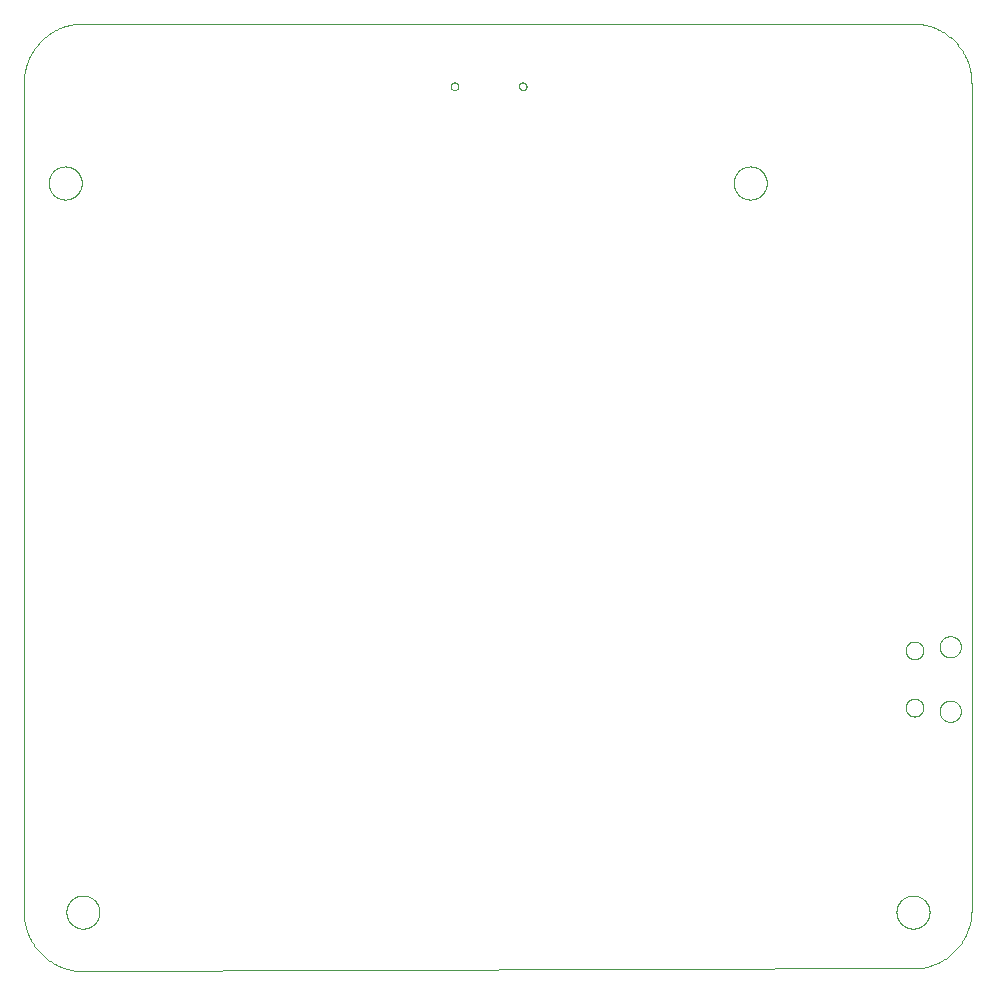
<source format=gko>
G75*
%MOIN*%
%OFA0B0*%
%FSLAX25Y25*%
%IPPOS*%
%LPD*%
%AMOC8*
5,1,8,0,0,1.08239X$1,22.5*
%
%ADD10C,0.00000*%
%ADD11C,0.00100*%
D10*
X0056708Y0049040D02*
X0056710Y0049188D01*
X0056716Y0049336D01*
X0056726Y0049484D01*
X0056740Y0049631D01*
X0056758Y0049778D01*
X0056779Y0049924D01*
X0056805Y0050070D01*
X0056835Y0050215D01*
X0056868Y0050359D01*
X0056906Y0050502D01*
X0056947Y0050644D01*
X0056992Y0050785D01*
X0057040Y0050925D01*
X0057093Y0051064D01*
X0057149Y0051201D01*
X0057209Y0051336D01*
X0057272Y0051470D01*
X0057339Y0051602D01*
X0057410Y0051732D01*
X0057484Y0051860D01*
X0057561Y0051986D01*
X0057642Y0052110D01*
X0057726Y0052232D01*
X0057813Y0052351D01*
X0057904Y0052468D01*
X0057998Y0052583D01*
X0058094Y0052695D01*
X0058194Y0052805D01*
X0058296Y0052911D01*
X0058402Y0053015D01*
X0058510Y0053116D01*
X0058621Y0053214D01*
X0058734Y0053310D01*
X0058850Y0053402D01*
X0058968Y0053491D01*
X0059089Y0053576D01*
X0059212Y0053659D01*
X0059337Y0053738D01*
X0059464Y0053814D01*
X0059593Y0053886D01*
X0059724Y0053955D01*
X0059857Y0054020D01*
X0059992Y0054081D01*
X0060128Y0054139D01*
X0060265Y0054194D01*
X0060404Y0054244D01*
X0060545Y0054291D01*
X0060686Y0054334D01*
X0060829Y0054374D01*
X0060973Y0054409D01*
X0061117Y0054441D01*
X0061263Y0054468D01*
X0061409Y0054492D01*
X0061556Y0054512D01*
X0061703Y0054528D01*
X0061850Y0054540D01*
X0061998Y0054548D01*
X0062146Y0054552D01*
X0062294Y0054552D01*
X0062442Y0054548D01*
X0062590Y0054540D01*
X0062737Y0054528D01*
X0062884Y0054512D01*
X0063031Y0054492D01*
X0063177Y0054468D01*
X0063323Y0054441D01*
X0063467Y0054409D01*
X0063611Y0054374D01*
X0063754Y0054334D01*
X0063895Y0054291D01*
X0064036Y0054244D01*
X0064175Y0054194D01*
X0064312Y0054139D01*
X0064448Y0054081D01*
X0064583Y0054020D01*
X0064716Y0053955D01*
X0064847Y0053886D01*
X0064976Y0053814D01*
X0065103Y0053738D01*
X0065228Y0053659D01*
X0065351Y0053576D01*
X0065472Y0053491D01*
X0065590Y0053402D01*
X0065706Y0053310D01*
X0065819Y0053214D01*
X0065930Y0053116D01*
X0066038Y0053015D01*
X0066144Y0052911D01*
X0066246Y0052805D01*
X0066346Y0052695D01*
X0066442Y0052583D01*
X0066536Y0052468D01*
X0066627Y0052351D01*
X0066714Y0052232D01*
X0066798Y0052110D01*
X0066879Y0051986D01*
X0066956Y0051860D01*
X0067030Y0051732D01*
X0067101Y0051602D01*
X0067168Y0051470D01*
X0067231Y0051336D01*
X0067291Y0051201D01*
X0067347Y0051064D01*
X0067400Y0050925D01*
X0067448Y0050785D01*
X0067493Y0050644D01*
X0067534Y0050502D01*
X0067572Y0050359D01*
X0067605Y0050215D01*
X0067635Y0050070D01*
X0067661Y0049924D01*
X0067682Y0049778D01*
X0067700Y0049631D01*
X0067714Y0049484D01*
X0067724Y0049336D01*
X0067730Y0049188D01*
X0067732Y0049040D01*
X0067730Y0048892D01*
X0067724Y0048744D01*
X0067714Y0048596D01*
X0067700Y0048449D01*
X0067682Y0048302D01*
X0067661Y0048156D01*
X0067635Y0048010D01*
X0067605Y0047865D01*
X0067572Y0047721D01*
X0067534Y0047578D01*
X0067493Y0047436D01*
X0067448Y0047295D01*
X0067400Y0047155D01*
X0067347Y0047016D01*
X0067291Y0046879D01*
X0067231Y0046744D01*
X0067168Y0046610D01*
X0067101Y0046478D01*
X0067030Y0046348D01*
X0066956Y0046220D01*
X0066879Y0046094D01*
X0066798Y0045970D01*
X0066714Y0045848D01*
X0066627Y0045729D01*
X0066536Y0045612D01*
X0066442Y0045497D01*
X0066346Y0045385D01*
X0066246Y0045275D01*
X0066144Y0045169D01*
X0066038Y0045065D01*
X0065930Y0044964D01*
X0065819Y0044866D01*
X0065706Y0044770D01*
X0065590Y0044678D01*
X0065472Y0044589D01*
X0065351Y0044504D01*
X0065228Y0044421D01*
X0065103Y0044342D01*
X0064976Y0044266D01*
X0064847Y0044194D01*
X0064716Y0044125D01*
X0064583Y0044060D01*
X0064448Y0043999D01*
X0064312Y0043941D01*
X0064175Y0043886D01*
X0064036Y0043836D01*
X0063895Y0043789D01*
X0063754Y0043746D01*
X0063611Y0043706D01*
X0063467Y0043671D01*
X0063323Y0043639D01*
X0063177Y0043612D01*
X0063031Y0043588D01*
X0062884Y0043568D01*
X0062737Y0043552D01*
X0062590Y0043540D01*
X0062442Y0043532D01*
X0062294Y0043528D01*
X0062146Y0043528D01*
X0061998Y0043532D01*
X0061850Y0043540D01*
X0061703Y0043552D01*
X0061556Y0043568D01*
X0061409Y0043588D01*
X0061263Y0043612D01*
X0061117Y0043639D01*
X0060973Y0043671D01*
X0060829Y0043706D01*
X0060686Y0043746D01*
X0060545Y0043789D01*
X0060404Y0043836D01*
X0060265Y0043886D01*
X0060128Y0043941D01*
X0059992Y0043999D01*
X0059857Y0044060D01*
X0059724Y0044125D01*
X0059593Y0044194D01*
X0059464Y0044266D01*
X0059337Y0044342D01*
X0059212Y0044421D01*
X0059089Y0044504D01*
X0058968Y0044589D01*
X0058850Y0044678D01*
X0058734Y0044770D01*
X0058621Y0044866D01*
X0058510Y0044964D01*
X0058402Y0045065D01*
X0058296Y0045169D01*
X0058194Y0045275D01*
X0058094Y0045385D01*
X0057998Y0045497D01*
X0057904Y0045612D01*
X0057813Y0045729D01*
X0057726Y0045848D01*
X0057642Y0045970D01*
X0057561Y0046094D01*
X0057484Y0046220D01*
X0057410Y0046348D01*
X0057339Y0046478D01*
X0057272Y0046610D01*
X0057209Y0046744D01*
X0057149Y0046879D01*
X0057093Y0047016D01*
X0057040Y0047155D01*
X0056992Y0047295D01*
X0056947Y0047436D01*
X0056906Y0047578D01*
X0056868Y0047721D01*
X0056835Y0047865D01*
X0056805Y0048010D01*
X0056779Y0048156D01*
X0056758Y0048302D01*
X0056740Y0048449D01*
X0056726Y0048596D01*
X0056716Y0048744D01*
X0056710Y0048892D01*
X0056708Y0049040D01*
X0050802Y0292064D02*
X0050804Y0292212D01*
X0050810Y0292360D01*
X0050820Y0292508D01*
X0050834Y0292655D01*
X0050852Y0292802D01*
X0050873Y0292948D01*
X0050899Y0293094D01*
X0050929Y0293239D01*
X0050962Y0293383D01*
X0051000Y0293526D01*
X0051041Y0293668D01*
X0051086Y0293809D01*
X0051134Y0293949D01*
X0051187Y0294088D01*
X0051243Y0294225D01*
X0051303Y0294360D01*
X0051366Y0294494D01*
X0051433Y0294626D01*
X0051504Y0294756D01*
X0051578Y0294884D01*
X0051655Y0295010D01*
X0051736Y0295134D01*
X0051820Y0295256D01*
X0051907Y0295375D01*
X0051998Y0295492D01*
X0052092Y0295607D01*
X0052188Y0295719D01*
X0052288Y0295829D01*
X0052390Y0295935D01*
X0052496Y0296039D01*
X0052604Y0296140D01*
X0052715Y0296238D01*
X0052828Y0296334D01*
X0052944Y0296426D01*
X0053062Y0296515D01*
X0053183Y0296600D01*
X0053306Y0296683D01*
X0053431Y0296762D01*
X0053558Y0296838D01*
X0053687Y0296910D01*
X0053818Y0296979D01*
X0053951Y0297044D01*
X0054086Y0297105D01*
X0054222Y0297163D01*
X0054359Y0297218D01*
X0054498Y0297268D01*
X0054639Y0297315D01*
X0054780Y0297358D01*
X0054923Y0297398D01*
X0055067Y0297433D01*
X0055211Y0297465D01*
X0055357Y0297492D01*
X0055503Y0297516D01*
X0055650Y0297536D01*
X0055797Y0297552D01*
X0055944Y0297564D01*
X0056092Y0297572D01*
X0056240Y0297576D01*
X0056388Y0297576D01*
X0056536Y0297572D01*
X0056684Y0297564D01*
X0056831Y0297552D01*
X0056978Y0297536D01*
X0057125Y0297516D01*
X0057271Y0297492D01*
X0057417Y0297465D01*
X0057561Y0297433D01*
X0057705Y0297398D01*
X0057848Y0297358D01*
X0057989Y0297315D01*
X0058130Y0297268D01*
X0058269Y0297218D01*
X0058406Y0297163D01*
X0058542Y0297105D01*
X0058677Y0297044D01*
X0058810Y0296979D01*
X0058941Y0296910D01*
X0059070Y0296838D01*
X0059197Y0296762D01*
X0059322Y0296683D01*
X0059445Y0296600D01*
X0059566Y0296515D01*
X0059684Y0296426D01*
X0059800Y0296334D01*
X0059913Y0296238D01*
X0060024Y0296140D01*
X0060132Y0296039D01*
X0060238Y0295935D01*
X0060340Y0295829D01*
X0060440Y0295719D01*
X0060536Y0295607D01*
X0060630Y0295492D01*
X0060721Y0295375D01*
X0060808Y0295256D01*
X0060892Y0295134D01*
X0060973Y0295010D01*
X0061050Y0294884D01*
X0061124Y0294756D01*
X0061195Y0294626D01*
X0061262Y0294494D01*
X0061325Y0294360D01*
X0061385Y0294225D01*
X0061441Y0294088D01*
X0061494Y0293949D01*
X0061542Y0293809D01*
X0061587Y0293668D01*
X0061628Y0293526D01*
X0061666Y0293383D01*
X0061699Y0293239D01*
X0061729Y0293094D01*
X0061755Y0292948D01*
X0061776Y0292802D01*
X0061794Y0292655D01*
X0061808Y0292508D01*
X0061818Y0292360D01*
X0061824Y0292212D01*
X0061826Y0292064D01*
X0061824Y0291916D01*
X0061818Y0291768D01*
X0061808Y0291620D01*
X0061794Y0291473D01*
X0061776Y0291326D01*
X0061755Y0291180D01*
X0061729Y0291034D01*
X0061699Y0290889D01*
X0061666Y0290745D01*
X0061628Y0290602D01*
X0061587Y0290460D01*
X0061542Y0290319D01*
X0061494Y0290179D01*
X0061441Y0290040D01*
X0061385Y0289903D01*
X0061325Y0289768D01*
X0061262Y0289634D01*
X0061195Y0289502D01*
X0061124Y0289372D01*
X0061050Y0289244D01*
X0060973Y0289118D01*
X0060892Y0288994D01*
X0060808Y0288872D01*
X0060721Y0288753D01*
X0060630Y0288636D01*
X0060536Y0288521D01*
X0060440Y0288409D01*
X0060340Y0288299D01*
X0060238Y0288193D01*
X0060132Y0288089D01*
X0060024Y0287988D01*
X0059913Y0287890D01*
X0059800Y0287794D01*
X0059684Y0287702D01*
X0059566Y0287613D01*
X0059445Y0287528D01*
X0059322Y0287445D01*
X0059197Y0287366D01*
X0059070Y0287290D01*
X0058941Y0287218D01*
X0058810Y0287149D01*
X0058677Y0287084D01*
X0058542Y0287023D01*
X0058406Y0286965D01*
X0058269Y0286910D01*
X0058130Y0286860D01*
X0057989Y0286813D01*
X0057848Y0286770D01*
X0057705Y0286730D01*
X0057561Y0286695D01*
X0057417Y0286663D01*
X0057271Y0286636D01*
X0057125Y0286612D01*
X0056978Y0286592D01*
X0056831Y0286576D01*
X0056684Y0286564D01*
X0056536Y0286556D01*
X0056388Y0286552D01*
X0056240Y0286552D01*
X0056092Y0286556D01*
X0055944Y0286564D01*
X0055797Y0286576D01*
X0055650Y0286592D01*
X0055503Y0286612D01*
X0055357Y0286636D01*
X0055211Y0286663D01*
X0055067Y0286695D01*
X0054923Y0286730D01*
X0054780Y0286770D01*
X0054639Y0286813D01*
X0054498Y0286860D01*
X0054359Y0286910D01*
X0054222Y0286965D01*
X0054086Y0287023D01*
X0053951Y0287084D01*
X0053818Y0287149D01*
X0053687Y0287218D01*
X0053558Y0287290D01*
X0053431Y0287366D01*
X0053306Y0287445D01*
X0053183Y0287528D01*
X0053062Y0287613D01*
X0052944Y0287702D01*
X0052828Y0287794D01*
X0052715Y0287890D01*
X0052604Y0287988D01*
X0052496Y0288089D01*
X0052390Y0288193D01*
X0052288Y0288299D01*
X0052188Y0288409D01*
X0052092Y0288521D01*
X0051998Y0288636D01*
X0051907Y0288753D01*
X0051820Y0288872D01*
X0051736Y0288994D01*
X0051655Y0289118D01*
X0051578Y0289244D01*
X0051504Y0289372D01*
X0051433Y0289502D01*
X0051366Y0289634D01*
X0051303Y0289768D01*
X0051243Y0289903D01*
X0051187Y0290040D01*
X0051134Y0290179D01*
X0051086Y0290319D01*
X0051041Y0290460D01*
X0051000Y0290602D01*
X0050962Y0290745D01*
X0050929Y0290889D01*
X0050899Y0291034D01*
X0050873Y0291180D01*
X0050852Y0291326D01*
X0050834Y0291473D01*
X0050820Y0291620D01*
X0050810Y0291768D01*
X0050804Y0291916D01*
X0050802Y0292064D01*
X0184777Y0324317D02*
X0184779Y0324388D01*
X0184785Y0324459D01*
X0184795Y0324530D01*
X0184809Y0324599D01*
X0184826Y0324668D01*
X0184848Y0324736D01*
X0184873Y0324803D01*
X0184902Y0324868D01*
X0184934Y0324931D01*
X0184970Y0324993D01*
X0185009Y0325052D01*
X0185052Y0325109D01*
X0185097Y0325164D01*
X0185146Y0325216D01*
X0185197Y0325265D01*
X0185251Y0325311D01*
X0185308Y0325355D01*
X0185366Y0325395D01*
X0185427Y0325431D01*
X0185490Y0325465D01*
X0185555Y0325494D01*
X0185621Y0325520D01*
X0185689Y0325543D01*
X0185757Y0325561D01*
X0185827Y0325576D01*
X0185897Y0325587D01*
X0185968Y0325594D01*
X0186039Y0325597D01*
X0186110Y0325596D01*
X0186181Y0325591D01*
X0186252Y0325582D01*
X0186322Y0325569D01*
X0186391Y0325553D01*
X0186459Y0325532D01*
X0186526Y0325508D01*
X0186592Y0325480D01*
X0186655Y0325448D01*
X0186717Y0325413D01*
X0186777Y0325375D01*
X0186835Y0325333D01*
X0186890Y0325289D01*
X0186943Y0325241D01*
X0186993Y0325190D01*
X0187040Y0325137D01*
X0187084Y0325081D01*
X0187125Y0325023D01*
X0187163Y0324962D01*
X0187197Y0324900D01*
X0187227Y0324835D01*
X0187254Y0324770D01*
X0187278Y0324702D01*
X0187297Y0324634D01*
X0187313Y0324565D01*
X0187325Y0324494D01*
X0187333Y0324424D01*
X0187337Y0324353D01*
X0187337Y0324281D01*
X0187333Y0324210D01*
X0187325Y0324140D01*
X0187313Y0324069D01*
X0187297Y0324000D01*
X0187278Y0323932D01*
X0187254Y0323864D01*
X0187227Y0323799D01*
X0187197Y0323734D01*
X0187163Y0323672D01*
X0187125Y0323611D01*
X0187084Y0323553D01*
X0187040Y0323497D01*
X0186993Y0323444D01*
X0186943Y0323393D01*
X0186890Y0323345D01*
X0186835Y0323301D01*
X0186777Y0323259D01*
X0186717Y0323221D01*
X0186655Y0323186D01*
X0186592Y0323154D01*
X0186526Y0323126D01*
X0186459Y0323102D01*
X0186391Y0323081D01*
X0186322Y0323065D01*
X0186252Y0323052D01*
X0186181Y0323043D01*
X0186110Y0323038D01*
X0186039Y0323037D01*
X0185968Y0323040D01*
X0185897Y0323047D01*
X0185827Y0323058D01*
X0185757Y0323073D01*
X0185689Y0323091D01*
X0185621Y0323114D01*
X0185555Y0323140D01*
X0185490Y0323169D01*
X0185427Y0323203D01*
X0185366Y0323239D01*
X0185308Y0323279D01*
X0185251Y0323323D01*
X0185197Y0323369D01*
X0185146Y0323418D01*
X0185097Y0323470D01*
X0185052Y0323525D01*
X0185009Y0323582D01*
X0184970Y0323641D01*
X0184934Y0323703D01*
X0184902Y0323766D01*
X0184873Y0323831D01*
X0184848Y0323898D01*
X0184826Y0323966D01*
X0184809Y0324035D01*
X0184795Y0324104D01*
X0184785Y0324175D01*
X0184779Y0324246D01*
X0184777Y0324317D01*
X0207533Y0324317D02*
X0207535Y0324388D01*
X0207541Y0324459D01*
X0207551Y0324530D01*
X0207565Y0324599D01*
X0207582Y0324668D01*
X0207604Y0324736D01*
X0207629Y0324803D01*
X0207658Y0324868D01*
X0207690Y0324931D01*
X0207726Y0324993D01*
X0207765Y0325052D01*
X0207808Y0325109D01*
X0207853Y0325164D01*
X0207902Y0325216D01*
X0207953Y0325265D01*
X0208007Y0325311D01*
X0208064Y0325355D01*
X0208122Y0325395D01*
X0208183Y0325431D01*
X0208246Y0325465D01*
X0208311Y0325494D01*
X0208377Y0325520D01*
X0208445Y0325543D01*
X0208513Y0325561D01*
X0208583Y0325576D01*
X0208653Y0325587D01*
X0208724Y0325594D01*
X0208795Y0325597D01*
X0208866Y0325596D01*
X0208937Y0325591D01*
X0209008Y0325582D01*
X0209078Y0325569D01*
X0209147Y0325553D01*
X0209215Y0325532D01*
X0209282Y0325508D01*
X0209348Y0325480D01*
X0209411Y0325448D01*
X0209473Y0325413D01*
X0209533Y0325375D01*
X0209591Y0325333D01*
X0209646Y0325289D01*
X0209699Y0325241D01*
X0209749Y0325190D01*
X0209796Y0325137D01*
X0209840Y0325081D01*
X0209881Y0325023D01*
X0209919Y0324962D01*
X0209953Y0324900D01*
X0209983Y0324835D01*
X0210010Y0324770D01*
X0210034Y0324702D01*
X0210053Y0324634D01*
X0210069Y0324565D01*
X0210081Y0324494D01*
X0210089Y0324424D01*
X0210093Y0324353D01*
X0210093Y0324281D01*
X0210089Y0324210D01*
X0210081Y0324140D01*
X0210069Y0324069D01*
X0210053Y0324000D01*
X0210034Y0323932D01*
X0210010Y0323864D01*
X0209983Y0323799D01*
X0209953Y0323734D01*
X0209919Y0323672D01*
X0209881Y0323611D01*
X0209840Y0323553D01*
X0209796Y0323497D01*
X0209749Y0323444D01*
X0209699Y0323393D01*
X0209646Y0323345D01*
X0209591Y0323301D01*
X0209533Y0323259D01*
X0209473Y0323221D01*
X0209411Y0323186D01*
X0209348Y0323154D01*
X0209282Y0323126D01*
X0209215Y0323102D01*
X0209147Y0323081D01*
X0209078Y0323065D01*
X0209008Y0323052D01*
X0208937Y0323043D01*
X0208866Y0323038D01*
X0208795Y0323037D01*
X0208724Y0323040D01*
X0208653Y0323047D01*
X0208583Y0323058D01*
X0208513Y0323073D01*
X0208445Y0323091D01*
X0208377Y0323114D01*
X0208311Y0323140D01*
X0208246Y0323169D01*
X0208183Y0323203D01*
X0208122Y0323239D01*
X0208064Y0323279D01*
X0208007Y0323323D01*
X0207953Y0323369D01*
X0207902Y0323418D01*
X0207853Y0323470D01*
X0207808Y0323525D01*
X0207765Y0323582D01*
X0207726Y0323641D01*
X0207690Y0323703D01*
X0207658Y0323766D01*
X0207629Y0323831D01*
X0207604Y0323898D01*
X0207582Y0323966D01*
X0207565Y0324035D01*
X0207551Y0324104D01*
X0207541Y0324175D01*
X0207535Y0324246D01*
X0207533Y0324317D01*
X0279149Y0292064D02*
X0279151Y0292212D01*
X0279157Y0292360D01*
X0279167Y0292508D01*
X0279181Y0292655D01*
X0279199Y0292802D01*
X0279220Y0292948D01*
X0279246Y0293094D01*
X0279276Y0293239D01*
X0279309Y0293383D01*
X0279347Y0293526D01*
X0279388Y0293668D01*
X0279433Y0293809D01*
X0279481Y0293949D01*
X0279534Y0294088D01*
X0279590Y0294225D01*
X0279650Y0294360D01*
X0279713Y0294494D01*
X0279780Y0294626D01*
X0279851Y0294756D01*
X0279925Y0294884D01*
X0280002Y0295010D01*
X0280083Y0295134D01*
X0280167Y0295256D01*
X0280254Y0295375D01*
X0280345Y0295492D01*
X0280439Y0295607D01*
X0280535Y0295719D01*
X0280635Y0295829D01*
X0280737Y0295935D01*
X0280843Y0296039D01*
X0280951Y0296140D01*
X0281062Y0296238D01*
X0281175Y0296334D01*
X0281291Y0296426D01*
X0281409Y0296515D01*
X0281530Y0296600D01*
X0281653Y0296683D01*
X0281778Y0296762D01*
X0281905Y0296838D01*
X0282034Y0296910D01*
X0282165Y0296979D01*
X0282298Y0297044D01*
X0282433Y0297105D01*
X0282569Y0297163D01*
X0282706Y0297218D01*
X0282845Y0297268D01*
X0282986Y0297315D01*
X0283127Y0297358D01*
X0283270Y0297398D01*
X0283414Y0297433D01*
X0283558Y0297465D01*
X0283704Y0297492D01*
X0283850Y0297516D01*
X0283997Y0297536D01*
X0284144Y0297552D01*
X0284291Y0297564D01*
X0284439Y0297572D01*
X0284587Y0297576D01*
X0284735Y0297576D01*
X0284883Y0297572D01*
X0285031Y0297564D01*
X0285178Y0297552D01*
X0285325Y0297536D01*
X0285472Y0297516D01*
X0285618Y0297492D01*
X0285764Y0297465D01*
X0285908Y0297433D01*
X0286052Y0297398D01*
X0286195Y0297358D01*
X0286336Y0297315D01*
X0286477Y0297268D01*
X0286616Y0297218D01*
X0286753Y0297163D01*
X0286889Y0297105D01*
X0287024Y0297044D01*
X0287157Y0296979D01*
X0287288Y0296910D01*
X0287417Y0296838D01*
X0287544Y0296762D01*
X0287669Y0296683D01*
X0287792Y0296600D01*
X0287913Y0296515D01*
X0288031Y0296426D01*
X0288147Y0296334D01*
X0288260Y0296238D01*
X0288371Y0296140D01*
X0288479Y0296039D01*
X0288585Y0295935D01*
X0288687Y0295829D01*
X0288787Y0295719D01*
X0288883Y0295607D01*
X0288977Y0295492D01*
X0289068Y0295375D01*
X0289155Y0295256D01*
X0289239Y0295134D01*
X0289320Y0295010D01*
X0289397Y0294884D01*
X0289471Y0294756D01*
X0289542Y0294626D01*
X0289609Y0294494D01*
X0289672Y0294360D01*
X0289732Y0294225D01*
X0289788Y0294088D01*
X0289841Y0293949D01*
X0289889Y0293809D01*
X0289934Y0293668D01*
X0289975Y0293526D01*
X0290013Y0293383D01*
X0290046Y0293239D01*
X0290076Y0293094D01*
X0290102Y0292948D01*
X0290123Y0292802D01*
X0290141Y0292655D01*
X0290155Y0292508D01*
X0290165Y0292360D01*
X0290171Y0292212D01*
X0290173Y0292064D01*
X0290171Y0291916D01*
X0290165Y0291768D01*
X0290155Y0291620D01*
X0290141Y0291473D01*
X0290123Y0291326D01*
X0290102Y0291180D01*
X0290076Y0291034D01*
X0290046Y0290889D01*
X0290013Y0290745D01*
X0289975Y0290602D01*
X0289934Y0290460D01*
X0289889Y0290319D01*
X0289841Y0290179D01*
X0289788Y0290040D01*
X0289732Y0289903D01*
X0289672Y0289768D01*
X0289609Y0289634D01*
X0289542Y0289502D01*
X0289471Y0289372D01*
X0289397Y0289244D01*
X0289320Y0289118D01*
X0289239Y0288994D01*
X0289155Y0288872D01*
X0289068Y0288753D01*
X0288977Y0288636D01*
X0288883Y0288521D01*
X0288787Y0288409D01*
X0288687Y0288299D01*
X0288585Y0288193D01*
X0288479Y0288089D01*
X0288371Y0287988D01*
X0288260Y0287890D01*
X0288147Y0287794D01*
X0288031Y0287702D01*
X0287913Y0287613D01*
X0287792Y0287528D01*
X0287669Y0287445D01*
X0287544Y0287366D01*
X0287417Y0287290D01*
X0287288Y0287218D01*
X0287157Y0287149D01*
X0287024Y0287084D01*
X0286889Y0287023D01*
X0286753Y0286965D01*
X0286616Y0286910D01*
X0286477Y0286860D01*
X0286336Y0286813D01*
X0286195Y0286770D01*
X0286052Y0286730D01*
X0285908Y0286695D01*
X0285764Y0286663D01*
X0285618Y0286636D01*
X0285472Y0286612D01*
X0285325Y0286592D01*
X0285178Y0286576D01*
X0285031Y0286564D01*
X0284883Y0286556D01*
X0284735Y0286552D01*
X0284587Y0286552D01*
X0284439Y0286556D01*
X0284291Y0286564D01*
X0284144Y0286576D01*
X0283997Y0286592D01*
X0283850Y0286612D01*
X0283704Y0286636D01*
X0283558Y0286663D01*
X0283414Y0286695D01*
X0283270Y0286730D01*
X0283127Y0286770D01*
X0282986Y0286813D01*
X0282845Y0286860D01*
X0282706Y0286910D01*
X0282569Y0286965D01*
X0282433Y0287023D01*
X0282298Y0287084D01*
X0282165Y0287149D01*
X0282034Y0287218D01*
X0281905Y0287290D01*
X0281778Y0287366D01*
X0281653Y0287445D01*
X0281530Y0287528D01*
X0281409Y0287613D01*
X0281291Y0287702D01*
X0281175Y0287794D01*
X0281062Y0287890D01*
X0280951Y0287988D01*
X0280843Y0288089D01*
X0280737Y0288193D01*
X0280635Y0288299D01*
X0280535Y0288409D01*
X0280439Y0288521D01*
X0280345Y0288636D01*
X0280254Y0288753D01*
X0280167Y0288872D01*
X0280083Y0288994D01*
X0280002Y0289118D01*
X0279925Y0289244D01*
X0279851Y0289372D01*
X0279780Y0289502D01*
X0279713Y0289634D01*
X0279650Y0289768D01*
X0279590Y0289903D01*
X0279534Y0290040D01*
X0279481Y0290179D01*
X0279433Y0290319D01*
X0279388Y0290460D01*
X0279347Y0290602D01*
X0279309Y0290745D01*
X0279276Y0290889D01*
X0279246Y0291034D01*
X0279220Y0291180D01*
X0279199Y0291326D01*
X0279181Y0291473D01*
X0279167Y0291620D01*
X0279157Y0291768D01*
X0279151Y0291916D01*
X0279149Y0292064D01*
X0336441Y0136275D02*
X0336443Y0136383D01*
X0336449Y0136492D01*
X0336459Y0136600D01*
X0336473Y0136707D01*
X0336491Y0136814D01*
X0336512Y0136921D01*
X0336538Y0137026D01*
X0336568Y0137131D01*
X0336601Y0137234D01*
X0336638Y0137336D01*
X0336679Y0137436D01*
X0336723Y0137535D01*
X0336772Y0137633D01*
X0336823Y0137728D01*
X0336878Y0137821D01*
X0336937Y0137913D01*
X0336999Y0138002D01*
X0337064Y0138089D01*
X0337132Y0138173D01*
X0337203Y0138255D01*
X0337277Y0138334D01*
X0337354Y0138410D01*
X0337434Y0138484D01*
X0337517Y0138554D01*
X0337602Y0138622D01*
X0337689Y0138686D01*
X0337779Y0138747D01*
X0337871Y0138805D01*
X0337965Y0138859D01*
X0338061Y0138910D01*
X0338158Y0138957D01*
X0338258Y0139001D01*
X0338359Y0139041D01*
X0338461Y0139077D01*
X0338564Y0139109D01*
X0338669Y0139138D01*
X0338775Y0139162D01*
X0338881Y0139183D01*
X0338988Y0139200D01*
X0339096Y0139213D01*
X0339204Y0139222D01*
X0339313Y0139227D01*
X0339421Y0139228D01*
X0339530Y0139225D01*
X0339638Y0139218D01*
X0339746Y0139207D01*
X0339853Y0139192D01*
X0339960Y0139173D01*
X0340066Y0139150D01*
X0340171Y0139124D01*
X0340276Y0139093D01*
X0340378Y0139059D01*
X0340480Y0139021D01*
X0340580Y0138979D01*
X0340679Y0138934D01*
X0340776Y0138885D01*
X0340870Y0138832D01*
X0340963Y0138776D01*
X0341054Y0138717D01*
X0341143Y0138654D01*
X0341229Y0138589D01*
X0341313Y0138520D01*
X0341394Y0138448D01*
X0341472Y0138373D01*
X0341548Y0138295D01*
X0341621Y0138214D01*
X0341691Y0138131D01*
X0341757Y0138046D01*
X0341821Y0137958D01*
X0341881Y0137867D01*
X0341938Y0137775D01*
X0341991Y0137680D01*
X0342041Y0137584D01*
X0342087Y0137486D01*
X0342130Y0137386D01*
X0342169Y0137285D01*
X0342204Y0137182D01*
X0342236Y0137079D01*
X0342263Y0136974D01*
X0342287Y0136868D01*
X0342307Y0136761D01*
X0342323Y0136654D01*
X0342335Y0136546D01*
X0342343Y0136438D01*
X0342347Y0136329D01*
X0342347Y0136221D01*
X0342343Y0136112D01*
X0342335Y0136004D01*
X0342323Y0135896D01*
X0342307Y0135789D01*
X0342287Y0135682D01*
X0342263Y0135576D01*
X0342236Y0135471D01*
X0342204Y0135368D01*
X0342169Y0135265D01*
X0342130Y0135164D01*
X0342087Y0135064D01*
X0342041Y0134966D01*
X0341991Y0134870D01*
X0341938Y0134775D01*
X0341881Y0134683D01*
X0341821Y0134592D01*
X0341757Y0134504D01*
X0341691Y0134419D01*
X0341621Y0134336D01*
X0341548Y0134255D01*
X0341472Y0134177D01*
X0341394Y0134102D01*
X0341313Y0134030D01*
X0341229Y0133961D01*
X0341143Y0133896D01*
X0341054Y0133833D01*
X0340963Y0133774D01*
X0340871Y0133718D01*
X0340776Y0133665D01*
X0340679Y0133616D01*
X0340580Y0133571D01*
X0340480Y0133529D01*
X0340378Y0133491D01*
X0340276Y0133457D01*
X0340171Y0133426D01*
X0340066Y0133400D01*
X0339960Y0133377D01*
X0339853Y0133358D01*
X0339746Y0133343D01*
X0339638Y0133332D01*
X0339530Y0133325D01*
X0339421Y0133322D01*
X0339313Y0133323D01*
X0339204Y0133328D01*
X0339096Y0133337D01*
X0338988Y0133350D01*
X0338881Y0133367D01*
X0338775Y0133388D01*
X0338669Y0133412D01*
X0338564Y0133441D01*
X0338461Y0133473D01*
X0338359Y0133509D01*
X0338258Y0133549D01*
X0338158Y0133593D01*
X0338061Y0133640D01*
X0337965Y0133691D01*
X0337871Y0133745D01*
X0337779Y0133803D01*
X0337689Y0133864D01*
X0337602Y0133928D01*
X0337517Y0133996D01*
X0337434Y0134066D01*
X0337354Y0134140D01*
X0337277Y0134216D01*
X0337203Y0134295D01*
X0337132Y0134377D01*
X0337064Y0134461D01*
X0336999Y0134548D01*
X0336937Y0134637D01*
X0336878Y0134729D01*
X0336823Y0134822D01*
X0336772Y0134917D01*
X0336723Y0135015D01*
X0336679Y0135114D01*
X0336638Y0135214D01*
X0336601Y0135316D01*
X0336568Y0135419D01*
X0336538Y0135524D01*
X0336512Y0135629D01*
X0336491Y0135736D01*
X0336473Y0135843D01*
X0336459Y0135950D01*
X0336449Y0136058D01*
X0336443Y0136167D01*
X0336441Y0136275D01*
X0347780Y0137456D02*
X0347782Y0137574D01*
X0347788Y0137693D01*
X0347798Y0137811D01*
X0347812Y0137928D01*
X0347829Y0138045D01*
X0347851Y0138162D01*
X0347877Y0138277D01*
X0347906Y0138392D01*
X0347939Y0138506D01*
X0347976Y0138618D01*
X0348017Y0138729D01*
X0348061Y0138839D01*
X0348109Y0138947D01*
X0348161Y0139054D01*
X0348216Y0139159D01*
X0348275Y0139262D01*
X0348337Y0139362D01*
X0348402Y0139461D01*
X0348471Y0139558D01*
X0348542Y0139652D01*
X0348617Y0139743D01*
X0348695Y0139833D01*
X0348776Y0139919D01*
X0348860Y0140003D01*
X0348946Y0140084D01*
X0349036Y0140162D01*
X0349127Y0140237D01*
X0349221Y0140308D01*
X0349318Y0140377D01*
X0349417Y0140442D01*
X0349517Y0140504D01*
X0349620Y0140563D01*
X0349725Y0140618D01*
X0349832Y0140670D01*
X0349940Y0140718D01*
X0350050Y0140762D01*
X0350161Y0140803D01*
X0350273Y0140840D01*
X0350387Y0140873D01*
X0350502Y0140902D01*
X0350617Y0140928D01*
X0350734Y0140950D01*
X0350851Y0140967D01*
X0350968Y0140981D01*
X0351086Y0140991D01*
X0351205Y0140997D01*
X0351323Y0140999D01*
X0351441Y0140997D01*
X0351560Y0140991D01*
X0351678Y0140981D01*
X0351795Y0140967D01*
X0351912Y0140950D01*
X0352029Y0140928D01*
X0352144Y0140902D01*
X0352259Y0140873D01*
X0352373Y0140840D01*
X0352485Y0140803D01*
X0352596Y0140762D01*
X0352706Y0140718D01*
X0352814Y0140670D01*
X0352921Y0140618D01*
X0353026Y0140563D01*
X0353129Y0140504D01*
X0353229Y0140442D01*
X0353328Y0140377D01*
X0353425Y0140308D01*
X0353519Y0140237D01*
X0353610Y0140162D01*
X0353700Y0140084D01*
X0353786Y0140003D01*
X0353870Y0139919D01*
X0353951Y0139833D01*
X0354029Y0139743D01*
X0354104Y0139652D01*
X0354175Y0139558D01*
X0354244Y0139461D01*
X0354309Y0139362D01*
X0354371Y0139262D01*
X0354430Y0139159D01*
X0354485Y0139054D01*
X0354537Y0138947D01*
X0354585Y0138839D01*
X0354629Y0138729D01*
X0354670Y0138618D01*
X0354707Y0138506D01*
X0354740Y0138392D01*
X0354769Y0138277D01*
X0354795Y0138162D01*
X0354817Y0138045D01*
X0354834Y0137928D01*
X0354848Y0137811D01*
X0354858Y0137693D01*
X0354864Y0137574D01*
X0354866Y0137456D01*
X0354864Y0137338D01*
X0354858Y0137219D01*
X0354848Y0137101D01*
X0354834Y0136984D01*
X0354817Y0136867D01*
X0354795Y0136750D01*
X0354769Y0136635D01*
X0354740Y0136520D01*
X0354707Y0136406D01*
X0354670Y0136294D01*
X0354629Y0136183D01*
X0354585Y0136073D01*
X0354537Y0135965D01*
X0354485Y0135858D01*
X0354430Y0135753D01*
X0354371Y0135650D01*
X0354309Y0135550D01*
X0354244Y0135451D01*
X0354175Y0135354D01*
X0354104Y0135260D01*
X0354029Y0135169D01*
X0353951Y0135079D01*
X0353870Y0134993D01*
X0353786Y0134909D01*
X0353700Y0134828D01*
X0353610Y0134750D01*
X0353519Y0134675D01*
X0353425Y0134604D01*
X0353328Y0134535D01*
X0353229Y0134470D01*
X0353129Y0134408D01*
X0353026Y0134349D01*
X0352921Y0134294D01*
X0352814Y0134242D01*
X0352706Y0134194D01*
X0352596Y0134150D01*
X0352485Y0134109D01*
X0352373Y0134072D01*
X0352259Y0134039D01*
X0352144Y0134010D01*
X0352029Y0133984D01*
X0351912Y0133962D01*
X0351795Y0133945D01*
X0351678Y0133931D01*
X0351560Y0133921D01*
X0351441Y0133915D01*
X0351323Y0133913D01*
X0351205Y0133915D01*
X0351086Y0133921D01*
X0350968Y0133931D01*
X0350851Y0133945D01*
X0350734Y0133962D01*
X0350617Y0133984D01*
X0350502Y0134010D01*
X0350387Y0134039D01*
X0350273Y0134072D01*
X0350161Y0134109D01*
X0350050Y0134150D01*
X0349940Y0134194D01*
X0349832Y0134242D01*
X0349725Y0134294D01*
X0349620Y0134349D01*
X0349517Y0134408D01*
X0349417Y0134470D01*
X0349318Y0134535D01*
X0349221Y0134604D01*
X0349127Y0134675D01*
X0349036Y0134750D01*
X0348946Y0134828D01*
X0348860Y0134909D01*
X0348776Y0134993D01*
X0348695Y0135079D01*
X0348617Y0135169D01*
X0348542Y0135260D01*
X0348471Y0135354D01*
X0348402Y0135451D01*
X0348337Y0135550D01*
X0348275Y0135650D01*
X0348216Y0135753D01*
X0348161Y0135858D01*
X0348109Y0135965D01*
X0348061Y0136073D01*
X0348017Y0136183D01*
X0347976Y0136294D01*
X0347939Y0136406D01*
X0347906Y0136520D01*
X0347877Y0136635D01*
X0347851Y0136750D01*
X0347829Y0136867D01*
X0347812Y0136984D01*
X0347798Y0137101D01*
X0347788Y0137219D01*
X0347782Y0137338D01*
X0347780Y0137456D01*
X0347780Y0115999D02*
X0347782Y0116117D01*
X0347788Y0116236D01*
X0347798Y0116354D01*
X0347812Y0116471D01*
X0347829Y0116588D01*
X0347851Y0116705D01*
X0347877Y0116820D01*
X0347906Y0116935D01*
X0347939Y0117049D01*
X0347976Y0117161D01*
X0348017Y0117272D01*
X0348061Y0117382D01*
X0348109Y0117490D01*
X0348161Y0117597D01*
X0348216Y0117702D01*
X0348275Y0117805D01*
X0348337Y0117905D01*
X0348402Y0118004D01*
X0348471Y0118101D01*
X0348542Y0118195D01*
X0348617Y0118286D01*
X0348695Y0118376D01*
X0348776Y0118462D01*
X0348860Y0118546D01*
X0348946Y0118627D01*
X0349036Y0118705D01*
X0349127Y0118780D01*
X0349221Y0118851D01*
X0349318Y0118920D01*
X0349417Y0118985D01*
X0349517Y0119047D01*
X0349620Y0119106D01*
X0349725Y0119161D01*
X0349832Y0119213D01*
X0349940Y0119261D01*
X0350050Y0119305D01*
X0350161Y0119346D01*
X0350273Y0119383D01*
X0350387Y0119416D01*
X0350502Y0119445D01*
X0350617Y0119471D01*
X0350734Y0119493D01*
X0350851Y0119510D01*
X0350968Y0119524D01*
X0351086Y0119534D01*
X0351205Y0119540D01*
X0351323Y0119542D01*
X0351441Y0119540D01*
X0351560Y0119534D01*
X0351678Y0119524D01*
X0351795Y0119510D01*
X0351912Y0119493D01*
X0352029Y0119471D01*
X0352144Y0119445D01*
X0352259Y0119416D01*
X0352373Y0119383D01*
X0352485Y0119346D01*
X0352596Y0119305D01*
X0352706Y0119261D01*
X0352814Y0119213D01*
X0352921Y0119161D01*
X0353026Y0119106D01*
X0353129Y0119047D01*
X0353229Y0118985D01*
X0353328Y0118920D01*
X0353425Y0118851D01*
X0353519Y0118780D01*
X0353610Y0118705D01*
X0353700Y0118627D01*
X0353786Y0118546D01*
X0353870Y0118462D01*
X0353951Y0118376D01*
X0354029Y0118286D01*
X0354104Y0118195D01*
X0354175Y0118101D01*
X0354244Y0118004D01*
X0354309Y0117905D01*
X0354371Y0117805D01*
X0354430Y0117702D01*
X0354485Y0117597D01*
X0354537Y0117490D01*
X0354585Y0117382D01*
X0354629Y0117272D01*
X0354670Y0117161D01*
X0354707Y0117049D01*
X0354740Y0116935D01*
X0354769Y0116820D01*
X0354795Y0116705D01*
X0354817Y0116588D01*
X0354834Y0116471D01*
X0354848Y0116354D01*
X0354858Y0116236D01*
X0354864Y0116117D01*
X0354866Y0115999D01*
X0354864Y0115881D01*
X0354858Y0115762D01*
X0354848Y0115644D01*
X0354834Y0115527D01*
X0354817Y0115410D01*
X0354795Y0115293D01*
X0354769Y0115178D01*
X0354740Y0115063D01*
X0354707Y0114949D01*
X0354670Y0114837D01*
X0354629Y0114726D01*
X0354585Y0114616D01*
X0354537Y0114508D01*
X0354485Y0114401D01*
X0354430Y0114296D01*
X0354371Y0114193D01*
X0354309Y0114093D01*
X0354244Y0113994D01*
X0354175Y0113897D01*
X0354104Y0113803D01*
X0354029Y0113712D01*
X0353951Y0113622D01*
X0353870Y0113536D01*
X0353786Y0113452D01*
X0353700Y0113371D01*
X0353610Y0113293D01*
X0353519Y0113218D01*
X0353425Y0113147D01*
X0353328Y0113078D01*
X0353229Y0113013D01*
X0353129Y0112951D01*
X0353026Y0112892D01*
X0352921Y0112837D01*
X0352814Y0112785D01*
X0352706Y0112737D01*
X0352596Y0112693D01*
X0352485Y0112652D01*
X0352373Y0112615D01*
X0352259Y0112582D01*
X0352144Y0112553D01*
X0352029Y0112527D01*
X0351912Y0112505D01*
X0351795Y0112488D01*
X0351678Y0112474D01*
X0351560Y0112464D01*
X0351441Y0112458D01*
X0351323Y0112456D01*
X0351205Y0112458D01*
X0351086Y0112464D01*
X0350968Y0112474D01*
X0350851Y0112488D01*
X0350734Y0112505D01*
X0350617Y0112527D01*
X0350502Y0112553D01*
X0350387Y0112582D01*
X0350273Y0112615D01*
X0350161Y0112652D01*
X0350050Y0112693D01*
X0349940Y0112737D01*
X0349832Y0112785D01*
X0349725Y0112837D01*
X0349620Y0112892D01*
X0349517Y0112951D01*
X0349417Y0113013D01*
X0349318Y0113078D01*
X0349221Y0113147D01*
X0349127Y0113218D01*
X0349036Y0113293D01*
X0348946Y0113371D01*
X0348860Y0113452D01*
X0348776Y0113536D01*
X0348695Y0113622D01*
X0348617Y0113712D01*
X0348542Y0113803D01*
X0348471Y0113897D01*
X0348402Y0113994D01*
X0348337Y0114093D01*
X0348275Y0114193D01*
X0348216Y0114296D01*
X0348161Y0114401D01*
X0348109Y0114508D01*
X0348061Y0114616D01*
X0348017Y0114726D01*
X0347976Y0114837D01*
X0347939Y0114949D01*
X0347906Y0115063D01*
X0347877Y0115178D01*
X0347851Y0115293D01*
X0347829Y0115410D01*
X0347812Y0115527D01*
X0347798Y0115644D01*
X0347788Y0115762D01*
X0347782Y0115881D01*
X0347780Y0115999D01*
X0336441Y0117180D02*
X0336443Y0117288D01*
X0336449Y0117397D01*
X0336459Y0117505D01*
X0336473Y0117612D01*
X0336491Y0117719D01*
X0336512Y0117826D01*
X0336538Y0117931D01*
X0336568Y0118036D01*
X0336601Y0118139D01*
X0336638Y0118241D01*
X0336679Y0118341D01*
X0336723Y0118440D01*
X0336772Y0118538D01*
X0336823Y0118633D01*
X0336878Y0118726D01*
X0336937Y0118818D01*
X0336999Y0118907D01*
X0337064Y0118994D01*
X0337132Y0119078D01*
X0337203Y0119160D01*
X0337277Y0119239D01*
X0337354Y0119315D01*
X0337434Y0119389D01*
X0337517Y0119459D01*
X0337602Y0119527D01*
X0337689Y0119591D01*
X0337779Y0119652D01*
X0337871Y0119710D01*
X0337965Y0119764D01*
X0338061Y0119815D01*
X0338158Y0119862D01*
X0338258Y0119906D01*
X0338359Y0119946D01*
X0338461Y0119982D01*
X0338564Y0120014D01*
X0338669Y0120043D01*
X0338775Y0120067D01*
X0338881Y0120088D01*
X0338988Y0120105D01*
X0339096Y0120118D01*
X0339204Y0120127D01*
X0339313Y0120132D01*
X0339421Y0120133D01*
X0339530Y0120130D01*
X0339638Y0120123D01*
X0339746Y0120112D01*
X0339853Y0120097D01*
X0339960Y0120078D01*
X0340066Y0120055D01*
X0340171Y0120029D01*
X0340276Y0119998D01*
X0340378Y0119964D01*
X0340480Y0119926D01*
X0340580Y0119884D01*
X0340679Y0119839D01*
X0340776Y0119790D01*
X0340870Y0119737D01*
X0340963Y0119681D01*
X0341054Y0119622D01*
X0341143Y0119559D01*
X0341229Y0119494D01*
X0341313Y0119425D01*
X0341394Y0119353D01*
X0341472Y0119278D01*
X0341548Y0119200D01*
X0341621Y0119119D01*
X0341691Y0119036D01*
X0341757Y0118951D01*
X0341821Y0118863D01*
X0341881Y0118772D01*
X0341938Y0118680D01*
X0341991Y0118585D01*
X0342041Y0118489D01*
X0342087Y0118391D01*
X0342130Y0118291D01*
X0342169Y0118190D01*
X0342204Y0118087D01*
X0342236Y0117984D01*
X0342263Y0117879D01*
X0342287Y0117773D01*
X0342307Y0117666D01*
X0342323Y0117559D01*
X0342335Y0117451D01*
X0342343Y0117343D01*
X0342347Y0117234D01*
X0342347Y0117126D01*
X0342343Y0117017D01*
X0342335Y0116909D01*
X0342323Y0116801D01*
X0342307Y0116694D01*
X0342287Y0116587D01*
X0342263Y0116481D01*
X0342236Y0116376D01*
X0342204Y0116273D01*
X0342169Y0116170D01*
X0342130Y0116069D01*
X0342087Y0115969D01*
X0342041Y0115871D01*
X0341991Y0115775D01*
X0341938Y0115680D01*
X0341881Y0115588D01*
X0341821Y0115497D01*
X0341757Y0115409D01*
X0341691Y0115324D01*
X0341621Y0115241D01*
X0341548Y0115160D01*
X0341472Y0115082D01*
X0341394Y0115007D01*
X0341313Y0114935D01*
X0341229Y0114866D01*
X0341143Y0114801D01*
X0341054Y0114738D01*
X0340963Y0114679D01*
X0340871Y0114623D01*
X0340776Y0114570D01*
X0340679Y0114521D01*
X0340580Y0114476D01*
X0340480Y0114434D01*
X0340378Y0114396D01*
X0340276Y0114362D01*
X0340171Y0114331D01*
X0340066Y0114305D01*
X0339960Y0114282D01*
X0339853Y0114263D01*
X0339746Y0114248D01*
X0339638Y0114237D01*
X0339530Y0114230D01*
X0339421Y0114227D01*
X0339313Y0114228D01*
X0339204Y0114233D01*
X0339096Y0114242D01*
X0338988Y0114255D01*
X0338881Y0114272D01*
X0338775Y0114293D01*
X0338669Y0114317D01*
X0338564Y0114346D01*
X0338461Y0114378D01*
X0338359Y0114414D01*
X0338258Y0114454D01*
X0338158Y0114498D01*
X0338061Y0114545D01*
X0337965Y0114596D01*
X0337871Y0114650D01*
X0337779Y0114708D01*
X0337689Y0114769D01*
X0337602Y0114833D01*
X0337517Y0114901D01*
X0337434Y0114971D01*
X0337354Y0115045D01*
X0337277Y0115121D01*
X0337203Y0115200D01*
X0337132Y0115282D01*
X0337064Y0115366D01*
X0336999Y0115453D01*
X0336937Y0115542D01*
X0336878Y0115634D01*
X0336823Y0115727D01*
X0336772Y0115822D01*
X0336723Y0115920D01*
X0336679Y0116019D01*
X0336638Y0116119D01*
X0336601Y0116221D01*
X0336568Y0116324D01*
X0336538Y0116429D01*
X0336512Y0116534D01*
X0336491Y0116641D01*
X0336473Y0116748D01*
X0336459Y0116855D01*
X0336449Y0116963D01*
X0336443Y0117072D01*
X0336441Y0117180D01*
X0333401Y0049040D02*
X0333403Y0049188D01*
X0333409Y0049336D01*
X0333419Y0049484D01*
X0333433Y0049631D01*
X0333451Y0049778D01*
X0333472Y0049924D01*
X0333498Y0050070D01*
X0333528Y0050215D01*
X0333561Y0050359D01*
X0333599Y0050502D01*
X0333640Y0050644D01*
X0333685Y0050785D01*
X0333733Y0050925D01*
X0333786Y0051064D01*
X0333842Y0051201D01*
X0333902Y0051336D01*
X0333965Y0051470D01*
X0334032Y0051602D01*
X0334103Y0051732D01*
X0334177Y0051860D01*
X0334254Y0051986D01*
X0334335Y0052110D01*
X0334419Y0052232D01*
X0334506Y0052351D01*
X0334597Y0052468D01*
X0334691Y0052583D01*
X0334787Y0052695D01*
X0334887Y0052805D01*
X0334989Y0052911D01*
X0335095Y0053015D01*
X0335203Y0053116D01*
X0335314Y0053214D01*
X0335427Y0053310D01*
X0335543Y0053402D01*
X0335661Y0053491D01*
X0335782Y0053576D01*
X0335905Y0053659D01*
X0336030Y0053738D01*
X0336157Y0053814D01*
X0336286Y0053886D01*
X0336417Y0053955D01*
X0336550Y0054020D01*
X0336685Y0054081D01*
X0336821Y0054139D01*
X0336958Y0054194D01*
X0337097Y0054244D01*
X0337238Y0054291D01*
X0337379Y0054334D01*
X0337522Y0054374D01*
X0337666Y0054409D01*
X0337810Y0054441D01*
X0337956Y0054468D01*
X0338102Y0054492D01*
X0338249Y0054512D01*
X0338396Y0054528D01*
X0338543Y0054540D01*
X0338691Y0054548D01*
X0338839Y0054552D01*
X0338987Y0054552D01*
X0339135Y0054548D01*
X0339283Y0054540D01*
X0339430Y0054528D01*
X0339577Y0054512D01*
X0339724Y0054492D01*
X0339870Y0054468D01*
X0340016Y0054441D01*
X0340160Y0054409D01*
X0340304Y0054374D01*
X0340447Y0054334D01*
X0340588Y0054291D01*
X0340729Y0054244D01*
X0340868Y0054194D01*
X0341005Y0054139D01*
X0341141Y0054081D01*
X0341276Y0054020D01*
X0341409Y0053955D01*
X0341540Y0053886D01*
X0341669Y0053814D01*
X0341796Y0053738D01*
X0341921Y0053659D01*
X0342044Y0053576D01*
X0342165Y0053491D01*
X0342283Y0053402D01*
X0342399Y0053310D01*
X0342512Y0053214D01*
X0342623Y0053116D01*
X0342731Y0053015D01*
X0342837Y0052911D01*
X0342939Y0052805D01*
X0343039Y0052695D01*
X0343135Y0052583D01*
X0343229Y0052468D01*
X0343320Y0052351D01*
X0343407Y0052232D01*
X0343491Y0052110D01*
X0343572Y0051986D01*
X0343649Y0051860D01*
X0343723Y0051732D01*
X0343794Y0051602D01*
X0343861Y0051470D01*
X0343924Y0051336D01*
X0343984Y0051201D01*
X0344040Y0051064D01*
X0344093Y0050925D01*
X0344141Y0050785D01*
X0344186Y0050644D01*
X0344227Y0050502D01*
X0344265Y0050359D01*
X0344298Y0050215D01*
X0344328Y0050070D01*
X0344354Y0049924D01*
X0344375Y0049778D01*
X0344393Y0049631D01*
X0344407Y0049484D01*
X0344417Y0049336D01*
X0344423Y0049188D01*
X0344425Y0049040D01*
X0344423Y0048892D01*
X0344417Y0048744D01*
X0344407Y0048596D01*
X0344393Y0048449D01*
X0344375Y0048302D01*
X0344354Y0048156D01*
X0344328Y0048010D01*
X0344298Y0047865D01*
X0344265Y0047721D01*
X0344227Y0047578D01*
X0344186Y0047436D01*
X0344141Y0047295D01*
X0344093Y0047155D01*
X0344040Y0047016D01*
X0343984Y0046879D01*
X0343924Y0046744D01*
X0343861Y0046610D01*
X0343794Y0046478D01*
X0343723Y0046348D01*
X0343649Y0046220D01*
X0343572Y0046094D01*
X0343491Y0045970D01*
X0343407Y0045848D01*
X0343320Y0045729D01*
X0343229Y0045612D01*
X0343135Y0045497D01*
X0343039Y0045385D01*
X0342939Y0045275D01*
X0342837Y0045169D01*
X0342731Y0045065D01*
X0342623Y0044964D01*
X0342512Y0044866D01*
X0342399Y0044770D01*
X0342283Y0044678D01*
X0342165Y0044589D01*
X0342044Y0044504D01*
X0341921Y0044421D01*
X0341796Y0044342D01*
X0341669Y0044266D01*
X0341540Y0044194D01*
X0341409Y0044125D01*
X0341276Y0044060D01*
X0341141Y0043999D01*
X0341005Y0043941D01*
X0340868Y0043886D01*
X0340729Y0043836D01*
X0340588Y0043789D01*
X0340447Y0043746D01*
X0340304Y0043706D01*
X0340160Y0043671D01*
X0340016Y0043639D01*
X0339870Y0043612D01*
X0339724Y0043588D01*
X0339577Y0043568D01*
X0339430Y0043552D01*
X0339283Y0043540D01*
X0339135Y0043532D01*
X0338987Y0043528D01*
X0338839Y0043528D01*
X0338691Y0043532D01*
X0338543Y0043540D01*
X0338396Y0043552D01*
X0338249Y0043568D01*
X0338102Y0043588D01*
X0337956Y0043612D01*
X0337810Y0043639D01*
X0337666Y0043671D01*
X0337522Y0043706D01*
X0337379Y0043746D01*
X0337238Y0043789D01*
X0337097Y0043836D01*
X0336958Y0043886D01*
X0336821Y0043941D01*
X0336685Y0043999D01*
X0336550Y0044060D01*
X0336417Y0044125D01*
X0336286Y0044194D01*
X0336157Y0044266D01*
X0336030Y0044342D01*
X0335905Y0044421D01*
X0335782Y0044504D01*
X0335661Y0044589D01*
X0335543Y0044678D01*
X0335427Y0044770D01*
X0335314Y0044866D01*
X0335203Y0044964D01*
X0335095Y0045065D01*
X0334989Y0045169D01*
X0334887Y0045275D01*
X0334787Y0045385D01*
X0334691Y0045497D01*
X0334597Y0045612D01*
X0334506Y0045729D01*
X0334419Y0045848D01*
X0334335Y0045970D01*
X0334254Y0046094D01*
X0334177Y0046220D01*
X0334103Y0046348D01*
X0334032Y0046478D01*
X0333965Y0046610D01*
X0333902Y0046744D01*
X0333842Y0046879D01*
X0333786Y0047016D01*
X0333733Y0047155D01*
X0333685Y0047295D01*
X0333640Y0047436D01*
X0333599Y0047578D01*
X0333561Y0047721D01*
X0333528Y0047865D01*
X0333498Y0048010D01*
X0333472Y0048156D01*
X0333451Y0048302D01*
X0333433Y0048449D01*
X0333419Y0048596D01*
X0333409Y0048744D01*
X0333403Y0048892D01*
X0333401Y0049040D01*
D11*
X0042535Y0049040D02*
X0042535Y0325528D01*
X0042541Y0326004D01*
X0042558Y0326479D01*
X0042587Y0326954D01*
X0042627Y0327428D01*
X0042679Y0327901D01*
X0042742Y0328372D01*
X0042816Y0328842D01*
X0042902Y0329310D01*
X0042999Y0329776D01*
X0043107Y0330239D01*
X0043226Y0330699D01*
X0043357Y0331157D01*
X0043498Y0331611D01*
X0043651Y0332062D01*
X0043814Y0332508D01*
X0043988Y0332951D01*
X0044173Y0333389D01*
X0044368Y0333823D01*
X0044574Y0334252D01*
X0044790Y0334676D01*
X0045016Y0335095D01*
X0045252Y0335508D01*
X0045498Y0335915D01*
X0045754Y0336316D01*
X0046020Y0336710D01*
X0046295Y0337099D01*
X0046579Y0337480D01*
X0046872Y0337854D01*
X0047174Y0338222D01*
X0047486Y0338582D01*
X0047805Y0338934D01*
X0048133Y0339278D01*
X0048470Y0339615D01*
X0048814Y0339943D01*
X0049166Y0340262D01*
X0049526Y0340574D01*
X0049894Y0340876D01*
X0050268Y0341169D01*
X0050649Y0341453D01*
X0051038Y0341728D01*
X0051432Y0341994D01*
X0051833Y0342250D01*
X0052240Y0342496D01*
X0052653Y0342732D01*
X0053072Y0342958D01*
X0053496Y0343174D01*
X0053925Y0343380D01*
X0054359Y0343575D01*
X0054797Y0343760D01*
X0055240Y0343934D01*
X0055686Y0344097D01*
X0056137Y0344250D01*
X0056591Y0344391D01*
X0057049Y0344522D01*
X0057509Y0344641D01*
X0057972Y0344749D01*
X0058438Y0344846D01*
X0058906Y0344932D01*
X0059376Y0345006D01*
X0059847Y0345069D01*
X0060320Y0345121D01*
X0060794Y0345161D01*
X0061269Y0345190D01*
X0061744Y0345207D01*
X0062220Y0345213D01*
X0338708Y0345213D01*
X0339184Y0345207D01*
X0339659Y0345190D01*
X0340134Y0345161D01*
X0340608Y0345121D01*
X0341081Y0345069D01*
X0341552Y0345006D01*
X0342022Y0344932D01*
X0342490Y0344846D01*
X0342956Y0344749D01*
X0343419Y0344641D01*
X0343879Y0344522D01*
X0344337Y0344391D01*
X0344791Y0344250D01*
X0345242Y0344097D01*
X0345688Y0343934D01*
X0346131Y0343760D01*
X0346569Y0343575D01*
X0347003Y0343380D01*
X0347432Y0343174D01*
X0347856Y0342958D01*
X0348275Y0342732D01*
X0348688Y0342496D01*
X0349095Y0342250D01*
X0349496Y0341994D01*
X0349890Y0341728D01*
X0350279Y0341453D01*
X0350660Y0341169D01*
X0351034Y0340876D01*
X0351402Y0340574D01*
X0351762Y0340262D01*
X0352114Y0339943D01*
X0352458Y0339615D01*
X0352795Y0339278D01*
X0353123Y0338934D01*
X0353442Y0338582D01*
X0353754Y0338222D01*
X0354056Y0337854D01*
X0354349Y0337480D01*
X0354633Y0337099D01*
X0354908Y0336710D01*
X0355174Y0336316D01*
X0355430Y0335915D01*
X0355676Y0335508D01*
X0355912Y0335095D01*
X0356138Y0334676D01*
X0356354Y0334252D01*
X0356560Y0333823D01*
X0356755Y0333389D01*
X0356940Y0332951D01*
X0357114Y0332508D01*
X0357277Y0332062D01*
X0357430Y0331611D01*
X0357571Y0331157D01*
X0357702Y0330699D01*
X0357821Y0330239D01*
X0357929Y0329776D01*
X0358026Y0329310D01*
X0358112Y0328842D01*
X0358186Y0328372D01*
X0358249Y0327901D01*
X0358301Y0327428D01*
X0358341Y0326954D01*
X0358370Y0326479D01*
X0358387Y0326004D01*
X0358393Y0325528D01*
X0358435Y0325428D02*
X0358435Y0048940D01*
X0358393Y0049040D02*
X0358371Y0048569D01*
X0358337Y0048099D01*
X0358292Y0047630D01*
X0358235Y0047163D01*
X0358167Y0046696D01*
X0358088Y0046232D01*
X0357997Y0045769D01*
X0357896Y0045309D01*
X0357783Y0044852D01*
X0357660Y0044397D01*
X0357525Y0043946D01*
X0357380Y0043497D01*
X0357223Y0043053D01*
X0357056Y0042612D01*
X0356879Y0042176D01*
X0356691Y0041744D01*
X0356493Y0041316D01*
X0356284Y0040894D01*
X0356065Y0040477D01*
X0355836Y0040065D01*
X0355597Y0039659D01*
X0355349Y0039258D01*
X0355091Y0038864D01*
X0354823Y0038476D01*
X0354547Y0038095D01*
X0354261Y0037720D01*
X0353966Y0037353D01*
X0353662Y0036993D01*
X0353350Y0036640D01*
X0353029Y0036295D01*
X0352700Y0035958D01*
X0352363Y0035628D01*
X0352018Y0035307D01*
X0351665Y0034995D01*
X0351305Y0034691D01*
X0350938Y0034396D01*
X0350564Y0034109D01*
X0350183Y0033832D01*
X0349795Y0033564D01*
X0349401Y0033306D01*
X0349001Y0033057D01*
X0348595Y0032818D01*
X0348183Y0032589D01*
X0347766Y0032370D01*
X0347343Y0032161D01*
X0346916Y0031962D01*
X0346484Y0031774D01*
X0346048Y0031596D01*
X0345608Y0031429D01*
X0345163Y0031273D01*
X0344715Y0031127D01*
X0344264Y0030992D01*
X0343809Y0030868D01*
X0343352Y0030755D01*
X0342891Y0030653D01*
X0342429Y0030563D01*
X0341965Y0030483D01*
X0341498Y0030415D01*
X0341031Y0030358D01*
X0340562Y0030312D01*
X0340092Y0030278D01*
X0339621Y0030255D01*
X0339150Y0030244D01*
X0338679Y0030243D01*
X0338208Y0030255D01*
X0062220Y0029355D01*
X0061744Y0029361D01*
X0061269Y0029378D01*
X0060794Y0029407D01*
X0060320Y0029447D01*
X0059847Y0029499D01*
X0059376Y0029562D01*
X0058906Y0029636D01*
X0058438Y0029722D01*
X0057972Y0029819D01*
X0057509Y0029927D01*
X0057049Y0030046D01*
X0056591Y0030177D01*
X0056137Y0030318D01*
X0055686Y0030471D01*
X0055240Y0030634D01*
X0054797Y0030808D01*
X0054359Y0030993D01*
X0053925Y0031188D01*
X0053496Y0031394D01*
X0053072Y0031610D01*
X0052653Y0031836D01*
X0052240Y0032072D01*
X0051833Y0032318D01*
X0051432Y0032574D01*
X0051038Y0032840D01*
X0050649Y0033115D01*
X0050268Y0033399D01*
X0049894Y0033692D01*
X0049526Y0033994D01*
X0049166Y0034306D01*
X0048814Y0034625D01*
X0048470Y0034953D01*
X0048133Y0035290D01*
X0047805Y0035634D01*
X0047486Y0035986D01*
X0047174Y0036346D01*
X0046872Y0036714D01*
X0046579Y0037088D01*
X0046295Y0037469D01*
X0046020Y0037858D01*
X0045754Y0038252D01*
X0045498Y0038653D01*
X0045252Y0039060D01*
X0045016Y0039473D01*
X0044790Y0039892D01*
X0044574Y0040316D01*
X0044368Y0040745D01*
X0044173Y0041179D01*
X0043988Y0041617D01*
X0043814Y0042060D01*
X0043651Y0042506D01*
X0043498Y0042957D01*
X0043357Y0043411D01*
X0043226Y0043869D01*
X0043107Y0044329D01*
X0042999Y0044792D01*
X0042902Y0045258D01*
X0042816Y0045726D01*
X0042742Y0046196D01*
X0042679Y0046667D01*
X0042627Y0047140D01*
X0042587Y0047614D01*
X0042558Y0048089D01*
X0042541Y0048564D01*
X0042535Y0049040D01*
M02*

</source>
